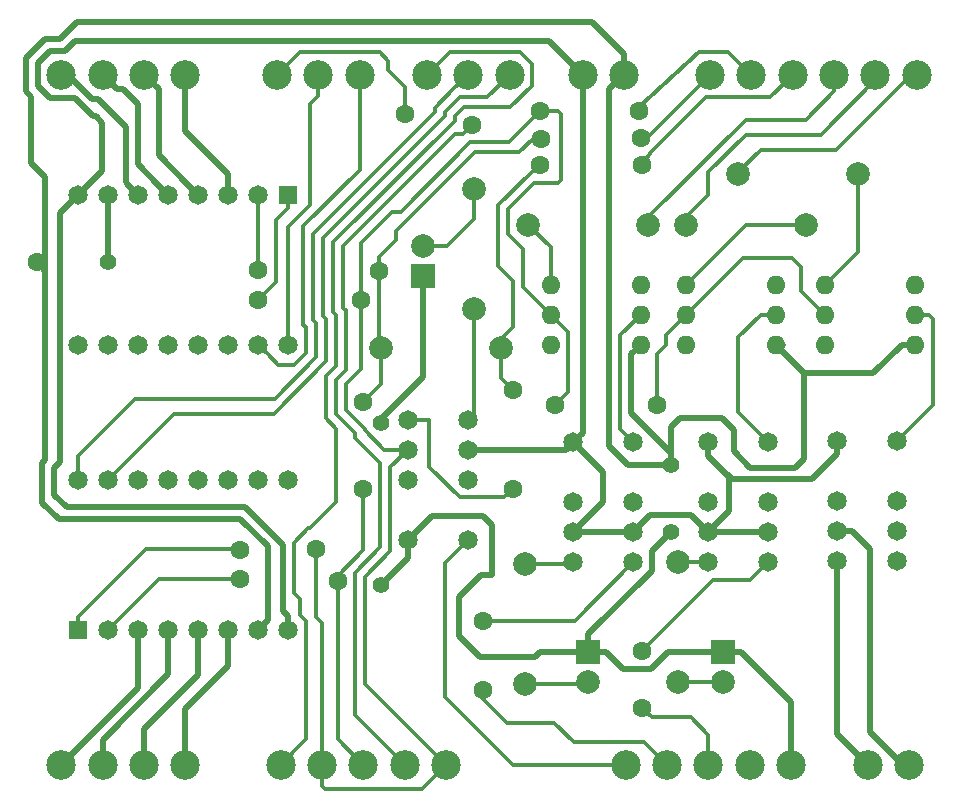
<source format=gbr>
G04 #@! TF.FileFunction,Copper,L2,Bot,Signal*
%FSLAX46Y46*%
G04 Gerber Fmt 4.6, Leading zero omitted, Abs format (unit mm)*
G04 Created by KiCad (PCBNEW (2015-10-25 BZR 6278)-product) date Sa 14 Nov 2015 18:06:58 CET*
%MOMM*%
G01*
G04 APERTURE LIST*
%ADD10C,0.100000*%
%ADD11O,1.600000X1.600000*%
%ADD12C,1.998980*%
%ADD13C,1.651000*%
%ADD14C,2.500000*%
%ADD15R,1.500000X1.500000*%
%ADD16R,2.000000X2.000000*%
%ADD17C,2.000000*%
%ADD18C,1.400000*%
%ADD19C,1.600000*%
%ADD20C,0.500000*%
%ADD21C,0.350000*%
G04 APERTURE END LIST*
D10*
D11*
X68834000Y46990000D03*
X68834000Y44450000D03*
X68834000Y41910000D03*
X76454000Y41910000D03*
X76454000Y44450000D03*
X76454000Y46990000D03*
D12*
X41402000Y41656000D03*
X31242000Y41656000D03*
D11*
X57023000Y46990000D03*
X57023000Y44450000D03*
X57023000Y41910000D03*
X64643000Y41910000D03*
X64643000Y44450000D03*
X64643000Y46990000D03*
D13*
X52578000Y33655000D03*
X52578000Y28575000D03*
X52578000Y26035000D03*
X52578000Y23495000D03*
X47498000Y33655000D03*
X47498000Y28575000D03*
X47498000Y26035000D03*
X47498000Y23495000D03*
X64008000Y33655000D03*
X64008000Y28575000D03*
X64008000Y26035000D03*
X64008000Y23495000D03*
X58928000Y33655000D03*
X58928000Y28575000D03*
X58928000Y26035000D03*
X58928000Y23495000D03*
X33528000Y25400000D03*
X33528000Y30480000D03*
X33528000Y33020000D03*
X33528000Y35560000D03*
X38608000Y25400000D03*
X38608000Y30480000D03*
X38608000Y33020000D03*
X38608000Y35560000D03*
D14*
X29408000Y64770000D03*
X25908000Y64770000D03*
X22408000Y64770000D03*
X42108000Y64770000D03*
X38608000Y64770000D03*
X35108000Y64770000D03*
X76568000Y64770000D03*
X73068000Y64770000D03*
X69568000Y64770000D03*
X66068000Y64770000D03*
X62568000Y64770000D03*
X59068000Y64770000D03*
D12*
X43688000Y52070000D03*
X53848000Y52070000D03*
X67183000Y52070000D03*
X57023000Y52070000D03*
X71628000Y56388000D03*
X61468000Y56388000D03*
X43434000Y13208000D03*
X43434000Y23368000D03*
X56388000Y13335000D03*
X56388000Y23495000D03*
X39116000Y55118000D03*
X39116000Y44958000D03*
D14*
X51788000Y64770000D03*
X48288000Y64770000D03*
X14648000Y64770000D03*
X11148000Y64770000D03*
X7648000Y64770000D03*
X4148000Y64770000D03*
X4148000Y6350000D03*
X7648000Y6350000D03*
X11148000Y6350000D03*
X14648000Y6350000D03*
X51928000Y6350000D03*
X55428000Y6350000D03*
X58928000Y6350000D03*
X62428000Y6350000D03*
X65928000Y6350000D03*
X72418000Y6350000D03*
X75918000Y6350000D03*
X22718000Y6350000D03*
X26218000Y6350000D03*
X29718000Y6350000D03*
X33218000Y6350000D03*
X36718000Y6350000D03*
D11*
X45593000Y46990000D03*
X45593000Y44450000D03*
X45593000Y41910000D03*
X53213000Y41910000D03*
X53213000Y44450000D03*
X53213000Y46990000D03*
D15*
X23368000Y54610000D03*
D13*
X20828000Y54610000D03*
X18288000Y54610000D03*
X15748000Y54610000D03*
X13208000Y54610000D03*
X10668000Y54610000D03*
X8128000Y54610000D03*
X5588000Y54610000D03*
X5588000Y41910000D03*
X8128000Y41910000D03*
X10668000Y41910000D03*
X13208000Y41910000D03*
X15748000Y41910000D03*
X18288000Y41910000D03*
X20828000Y41910000D03*
X23368000Y41910000D03*
D15*
X5588000Y17780000D03*
D13*
X8128000Y17780000D03*
X10668000Y17780000D03*
X13208000Y17780000D03*
X15748000Y17780000D03*
X18288000Y17780000D03*
X20828000Y17780000D03*
X23368000Y17780000D03*
X23368000Y30480000D03*
X20828000Y30480000D03*
X18288000Y30480000D03*
X15748000Y30480000D03*
X13208000Y30480000D03*
X10668000Y30480000D03*
X8128000Y30480000D03*
X5588000Y30480000D03*
D16*
X48768000Y15875000D03*
D17*
X48768000Y13335000D03*
D16*
X60198000Y15875000D03*
D17*
X60198000Y13335000D03*
D16*
X34798000Y47752000D03*
D17*
X34798000Y50292000D03*
D13*
X74930000Y33782000D03*
X74930000Y28702000D03*
X74930000Y26162000D03*
X74930000Y23622000D03*
X69850000Y33782000D03*
X69850000Y28702000D03*
X69850000Y26162000D03*
X69850000Y23622000D03*
D18*
X31242000Y21590000D03*
X31242000Y35306000D03*
D19*
X2061577Y48895000D03*
D18*
X8128000Y48895000D03*
X55753000Y26035000D03*
X55753000Y31750000D03*
D19*
X25686767Y24605233D03*
X53086000Y61722000D03*
X44704000Y61722000D03*
X45974000Y36830000D03*
X54610000Y36830000D03*
X29512980Y45720000D03*
X20828000Y45720000D03*
X19304000Y24557980D03*
X27541967Y21919522D03*
X29702464Y29718000D03*
X29718000Y37084000D03*
X44778528Y59329536D03*
X31078496Y48169504D03*
X53213000Y59436000D03*
X20828000Y48260000D03*
X19304000Y22098000D03*
X42418000Y38100000D03*
X42418000Y29718000D03*
X44704000Y57150000D03*
X53340000Y57150000D03*
X39878000Y12700000D03*
X39878000Y18542000D03*
X53340000Y11176000D03*
X53340000Y16002000D03*
X38938725Y60519986D03*
X33274000Y61468000D03*
D20*
X40386000Y26924000D02*
X40640000Y26670000D01*
X40640000Y26670000D02*
X40640000Y26162000D01*
X40386000Y26924000D02*
X39878000Y27432000D01*
X39878000Y27432000D02*
X35560000Y27432000D01*
X40640000Y22419372D02*
X40640000Y26162000D01*
X39691372Y22419372D02*
X40640000Y22419372D01*
X37846000Y20574000D02*
X39691372Y22419372D01*
X37846000Y17272000D02*
X37846000Y20574000D01*
X44277119Y15494000D02*
X39624000Y15494000D01*
X44658119Y15875000D02*
X44277119Y15494000D01*
X39624000Y15494000D02*
X37846000Y17272000D01*
X48768000Y15875000D02*
X44658119Y15875000D01*
X35560000Y27432000D02*
X33528000Y25400000D01*
X21653499Y18605499D02*
X20828000Y17780000D01*
X21653499Y24828501D02*
X21653499Y18605499D01*
X19316285Y27165715D02*
X21653499Y24828501D01*
X2555989Y31910218D02*
X2555989Y28541782D01*
X2555989Y28541782D02*
X3932056Y27165715D01*
X2794000Y32148229D02*
X2555989Y31910218D01*
X2794000Y47902143D02*
X2794000Y32148229D01*
X3932056Y27165715D02*
X19316285Y27165715D01*
X76454000Y41910000D02*
X75322630Y41910000D01*
X75322630Y41910000D02*
X72909630Y39497000D01*
X72909630Y39497000D02*
X67056000Y39497000D01*
X55753000Y31750000D02*
X55753000Y34925000D01*
X55753000Y34925000D02*
X56506110Y35678110D01*
X56506110Y35678110D02*
X60079890Y35678110D01*
X67056000Y32258000D02*
X67056000Y39497000D01*
X60079890Y35678110D02*
X61095890Y34662110D01*
X61095890Y34662110D02*
X61095890Y32884110D01*
X62484000Y31496000D02*
X66294000Y31496000D01*
X61095890Y32884110D02*
X62484000Y31496000D01*
X66294000Y31496000D02*
X67056000Y32258000D01*
X67056000Y39497000D02*
X64643000Y41910000D01*
X64643000Y41910000D02*
X65278000Y41910000D01*
X2794000Y48937386D02*
X2794000Y56134000D01*
X1627045Y57300955D02*
X1627045Y62916724D01*
X2794000Y56134000D02*
X1627045Y57300955D01*
X1627045Y62916724D02*
X1147988Y63395781D01*
X1147988Y63395781D02*
X1147988Y66144219D01*
X1147988Y66144219D02*
X2773781Y67770012D01*
X2773781Y67770012D02*
X4071280Y67770012D01*
X4071280Y67770012D02*
X5516268Y69215000D01*
X5516268Y69215000D02*
X49110766Y69215000D01*
X49110766Y69215000D02*
X51788000Y66537766D01*
X51788000Y66537766D02*
X51788000Y64770000D01*
X33528000Y23876000D02*
X31242000Y21590000D01*
X33528000Y25400000D02*
X33528000Y23876000D01*
X31242000Y35605742D02*
X31242000Y35306000D01*
X34798000Y39161742D02*
X31242000Y35605742D01*
X34798000Y47752000D02*
X34798000Y39161742D01*
X2794000Y48937386D02*
X2794000Y47902143D01*
X2794000Y47902143D02*
X2794000Y48162577D01*
X2794000Y48162577D02*
X2061577Y48895000D01*
X8128000Y54610000D02*
X8128000Y48895000D01*
X55753000Y32739949D02*
X55753000Y31750000D01*
X52413001Y36079948D02*
X55753000Y32739949D01*
X52413001Y41110001D02*
X52413001Y36079948D01*
X53213000Y41910000D02*
X52413001Y41110001D01*
X50268000Y15875000D02*
X48768000Y15875000D01*
X54084002Y14451998D02*
X51691002Y14451998D01*
X51691002Y14451998D02*
X50268000Y15875000D01*
X60198000Y15875000D02*
X55507004Y15875000D01*
X48768000Y17375000D02*
X48768000Y15875000D01*
X55753000Y26035000D02*
X54153501Y24435501D01*
X54153501Y24435501D02*
X54153501Y22760501D01*
X55507004Y15875000D02*
X54084002Y14451998D01*
X54153501Y22760501D02*
X48768000Y17375000D01*
X61698000Y15875000D02*
X65928000Y11645000D01*
X65928000Y11645000D02*
X65928000Y6350000D01*
X60198000Y15875000D02*
X61698000Y15875000D01*
X51788000Y64770000D02*
X50538001Y63520001D01*
X50538001Y63520001D02*
X50538001Y33363257D01*
X50538001Y33363257D02*
X52151258Y31750000D01*
X52151258Y31750000D02*
X55753000Y31750000D01*
X2794000Y48937386D02*
X1820386Y48937386D01*
X1820386Y48937386D02*
X1778000Y48895000D01*
D21*
X43434000Y13208000D02*
X48641000Y13208000D01*
X48641000Y13208000D02*
X48768000Y13335000D01*
X48641000Y13208000D02*
X48768000Y13335000D01*
X43283509Y12531243D02*
X43435045Y12379707D01*
X43114752Y12700000D02*
X43435045Y12379707D01*
X56388000Y13335000D02*
X60198000Y13335000D01*
X34798000Y50292000D02*
X36830000Y50292000D01*
X39116000Y52578000D02*
X39116000Y55118000D01*
X36830000Y50292000D02*
X39116000Y52578000D01*
X68834000Y44450000D02*
X66802000Y46482000D01*
X66802000Y46482000D02*
X66802000Y48514000D01*
X66040000Y49276000D02*
X61849000Y49276000D01*
X66802000Y48514000D02*
X66040000Y49276000D01*
X61849000Y49276000D02*
X57023000Y44450000D01*
X25686767Y23473863D02*
X25686767Y24605233D01*
X25686767Y18884072D02*
X25686767Y23473863D01*
X26218000Y6350000D02*
X26218000Y18352839D01*
X26218000Y18352839D02*
X25686767Y18884072D01*
X55334001Y41847999D02*
X55334001Y42761001D01*
X55334001Y42761001D02*
X57023000Y44450000D01*
X41656000Y59044966D02*
X42026966Y59044966D01*
X42026966Y59044966D02*
X42672000Y59690000D01*
X44704000Y61722000D02*
X46228000Y61722000D01*
X46482000Y61468000D02*
X46482000Y60198000D01*
X46228000Y61722000D02*
X46482000Y61468000D01*
X42672000Y59690000D02*
X44704000Y61722000D01*
X58143999Y66695001D02*
X53086000Y62018002D01*
X60642999Y66695001D02*
X58143999Y66695001D01*
X62568000Y64770000D02*
X60642999Y66695001D01*
X53086000Y62018002D02*
X53086000Y61849000D01*
X32027478Y31519478D02*
X32027478Y24410482D01*
X32027478Y24410482D02*
X29866998Y22250002D01*
X35468001Y7599999D02*
X36718000Y6350000D01*
X29866998Y13201002D02*
X35468001Y7599999D01*
X29866998Y22250002D02*
X29866998Y13201002D01*
X33528000Y33020000D02*
X32027478Y31519478D01*
X29866998Y34645998D02*
X29866998Y34751998D01*
X31492996Y33020000D02*
X29866998Y34645998D01*
X29866998Y34751998D02*
X28242998Y36375998D01*
X29512980Y39823984D02*
X29512980Y44588630D01*
X29512980Y44588630D02*
X29512980Y45720000D01*
X28242998Y36375998D02*
X28242998Y38554002D01*
X28242998Y38554002D02*
X29512980Y39823984D01*
X33528000Y33020000D02*
X31492996Y33020000D01*
X46482000Y60706000D02*
X46482000Y60198000D01*
X46482000Y60706000D02*
X46482000Y60198000D01*
X46482000Y60198000D02*
X46482000Y58674000D01*
X44196000Y55572844D02*
X46174844Y55572844D01*
X46482000Y55880000D02*
X46482000Y56642000D01*
X46174844Y55572844D02*
X46482000Y55880000D01*
X46482000Y56642000D02*
X46482000Y58674000D01*
X46482000Y58674000D02*
X46482000Y60706000D01*
X45593000Y44450000D02*
X43251499Y46791501D01*
X42013509Y53390353D02*
X44196000Y55572844D01*
X43251499Y46791501D02*
X43251499Y50028253D01*
X43251499Y50028253D02*
X42013509Y51266243D01*
X42013509Y51266243D02*
X42013509Y53390353D01*
X45974000Y36830000D02*
X47068001Y37924001D01*
X47068001Y42974999D02*
X46392999Y43650001D01*
X47068001Y37924001D02*
X47068001Y42974999D01*
X46392999Y43650001D02*
X45593000Y44450000D01*
X55334001Y41847999D02*
X54610000Y41123998D01*
X54610000Y41123998D02*
X54610000Y36830000D01*
X29512980Y50527077D02*
X29512980Y46851370D01*
X32159914Y53174011D02*
X29512980Y50527077D01*
X38792870Y59044966D02*
X32921914Y53174011D01*
X29512980Y46851370D02*
X29512980Y45720000D01*
X41656000Y59044966D02*
X38792870Y59044966D01*
X32921914Y53174011D02*
X32159914Y53174011D01*
X23368000Y53510000D02*
X23368000Y54610000D01*
X22303001Y52445001D02*
X23368000Y53510000D01*
X22303001Y47195001D02*
X22303001Y52445001D01*
X20828000Y45720000D02*
X22303001Y47195001D01*
X11346000Y24638000D02*
X19223980Y24638000D01*
X5588000Y17780000D02*
X5588000Y18880000D01*
X5588000Y18880000D02*
X11346000Y24638000D01*
X19223980Y24638000D02*
X19304000Y24557980D01*
X26482234Y4318000D02*
X34686000Y4318000D01*
X34686000Y4318000D02*
X36718000Y6350000D01*
X26218000Y6350000D02*
X26218000Y4582234D01*
X26218000Y4582234D02*
X26482234Y4318000D01*
X29702464Y24489662D02*
X27541967Y22329165D01*
X29702464Y29718000D02*
X29702464Y24489662D01*
X27541967Y8526033D02*
X27541967Y20788152D01*
X29718000Y6350000D02*
X27541967Y8526033D01*
X27541967Y20788152D02*
X27541967Y21919522D01*
X27541967Y22329165D02*
X27541967Y21919522D01*
X39144956Y58194955D02*
X42945286Y58194955D01*
X44778528Y59329536D02*
X44079867Y59329536D01*
X44079867Y59329536D02*
X42945286Y58194955D01*
X31242000Y41656000D02*
X31242000Y38608000D01*
X31242000Y38608000D02*
X29718000Y37084000D01*
X31078496Y48169504D02*
X31078496Y41819504D01*
X31078496Y41819504D02*
X31242000Y41656000D01*
X32512000Y51562000D02*
X39144956Y58194955D01*
X32512000Y50734378D02*
X32512000Y51562000D01*
X31078496Y48169504D02*
X31078496Y49300874D01*
X31078496Y49300874D02*
X32512000Y50734378D01*
X59068000Y64770000D02*
X53792987Y59494987D01*
X53792987Y59494987D02*
X53213000Y59494987D01*
X20828000Y48260000D02*
X20828000Y54610000D01*
X8128000Y17780000D02*
X12446000Y22098000D01*
X12446000Y22098000D02*
X19304000Y22098000D01*
X29718000Y6970000D02*
X30338000Y6350000D01*
D20*
X5673919Y28165726D02*
X7223760Y28165726D01*
X7223760Y28165726D02*
X19730503Y28165726D01*
X4600274Y28165726D02*
X7223760Y28165726D01*
X3556000Y29210000D02*
X4600274Y28165726D01*
X3556000Y31496000D02*
X3556000Y29210000D01*
X4012499Y31952499D02*
X3556000Y31496000D01*
X4012499Y32715200D02*
X4012499Y31952499D01*
X4012499Y53034499D02*
X4012499Y32715200D01*
X19730503Y28165726D02*
X22950990Y24945239D01*
X5588000Y54610000D02*
X4012499Y53034499D01*
X22950990Y19364443D02*
X23368000Y18947433D01*
X23368000Y18947433D02*
X23368000Y17780000D01*
X22950990Y24945239D02*
X22950990Y19364443D01*
X69850000Y32614567D02*
X69850000Y33782000D01*
X67731422Y30495989D02*
X69850000Y32614567D01*
X58928000Y32487567D02*
X60919578Y30495989D01*
X60919578Y30495989D02*
X67731422Y30495989D01*
X58928000Y32487567D02*
X58928000Y33655000D01*
X60721990Y30693577D02*
X58928000Y32487567D01*
X60721990Y27828990D02*
X60721990Y30693577D01*
X58928000Y26035000D02*
X60721990Y27828990D01*
X2147999Y63809999D02*
X2147999Y65730001D01*
X7620000Y56642000D02*
X7620000Y60706000D01*
X5588000Y54610000D02*
X7620000Y56642000D01*
X3187999Y62769999D02*
X2147999Y63809999D01*
X5302001Y62769999D02*
X3187999Y62769999D01*
X6837515Y61234485D02*
X5302001Y62769999D01*
X7091515Y61234485D02*
X6837515Y61234485D01*
X7620000Y60706000D02*
X7091515Y61234485D01*
X2147999Y65730001D02*
X3187999Y66770001D01*
X3187999Y66770001D02*
X4485497Y66770001D01*
X4485497Y66770001D02*
X5335508Y67620012D01*
X5335508Y67620012D02*
X45437988Y67620012D01*
X45437988Y67620012D02*
X48288000Y64770000D01*
X38608000Y33020000D02*
X46863000Y33020000D01*
X46863000Y33020000D02*
X47498000Y33655000D01*
X53403499Y26860499D02*
X52578000Y26035000D01*
X54028001Y27485001D02*
X53403499Y26860499D01*
X57477999Y27485001D02*
X54028001Y27485001D01*
X58928000Y26035000D02*
X57477999Y27485001D01*
X47498000Y33655000D02*
X49073501Y32079499D01*
X48288000Y64770000D02*
X48288000Y34445000D01*
X48288000Y34445000D02*
X47498000Y33655000D01*
D21*
X38608000Y33020000D02*
X37973000Y33020000D01*
D20*
X47498000Y26035000D02*
X50038000Y28575000D01*
X50038000Y31115000D02*
X47498000Y33655000D01*
X50038000Y28575000D02*
X50038000Y31115000D01*
X52578000Y26035000D02*
X47498000Y26035000D01*
X64008000Y26035000D02*
X58928000Y26035000D01*
D21*
X43434000Y23368000D02*
X47371000Y23368000D01*
X47371000Y23368000D02*
X47498000Y23495000D01*
X56388000Y23495000D02*
X58928000Y23495000D01*
X41402000Y41656000D02*
X41402000Y42418000D01*
X41402000Y42418000D02*
X42401489Y43417489D01*
X43904001Y56482939D02*
X44704000Y57150000D01*
X41163498Y48544740D02*
X41163498Y53742436D01*
X41163498Y53742436D02*
X43904001Y56482939D01*
X42013509Y47694729D02*
X41163498Y48544740D01*
X41402000Y41656000D02*
X41402000Y39116000D01*
X41402000Y39116000D02*
X42418000Y38100000D01*
X35306000Y35560000D02*
X35306000Y31561258D01*
X35306000Y31561258D02*
X37887759Y28979499D01*
X37887759Y28979499D02*
X41679499Y28979499D01*
X41679499Y28979499D02*
X42418000Y29718000D01*
X33528000Y35560000D02*
X35306000Y35560000D01*
X42401489Y43417489D02*
X42401489Y47306749D01*
X42401489Y47306749D02*
X42013509Y47694729D01*
X58731181Y62844999D02*
X54082300Y58196118D01*
X54082300Y58196118D02*
X53340000Y57150000D01*
X66068000Y64770000D02*
X64142999Y62844999D01*
X64142999Y62844999D02*
X58731181Y62844999D01*
X76568000Y64770000D02*
X76073000Y64770000D01*
X76073000Y64770000D02*
X69723000Y58420000D01*
X69723000Y58420000D02*
X63373000Y58420000D01*
X63373000Y58420000D02*
X61468000Y56515000D01*
X73068000Y64770000D02*
X73068000Y64305000D01*
X73068000Y64305000D02*
X68453000Y59690000D01*
X68453000Y59690000D02*
X62103000Y59690000D01*
X62103000Y59690000D02*
X58928000Y56515000D01*
X58928000Y56515000D02*
X58928000Y54610000D01*
X58928000Y54610000D02*
X56388000Y52070000D01*
X67183000Y60960000D02*
X62103000Y60960000D01*
X69568000Y63345000D02*
X67183000Y60960000D01*
X69568000Y64770000D02*
X69568000Y63345000D01*
X62103000Y60960000D02*
X53848000Y52705000D01*
X53848000Y52705000D02*
X53848000Y52070000D01*
X69568000Y64770000D02*
X69342000Y64770000D01*
X51463012Y34769988D02*
X51752501Y34480499D01*
X51752501Y34480499D02*
X52578000Y33655000D01*
X51463012Y42700012D02*
X51463012Y34769988D01*
X53213000Y44450000D02*
X51463012Y42700012D01*
X39878000Y12700000D02*
X39878000Y11938000D01*
X47539751Y8275001D02*
X53502999Y8275001D01*
X53502999Y8275001D02*
X54178001Y7599999D01*
X54178001Y7599999D02*
X55428000Y6350000D01*
X45908752Y9906000D02*
X47539751Y8275001D01*
X39878000Y11938000D02*
X41910000Y9906000D01*
X41910000Y9906000D02*
X45908752Y9906000D01*
X52578000Y23495000D02*
X47625000Y18542000D01*
X47625000Y18542000D02*
X39878000Y18542000D01*
X64643000Y44450000D02*
X63373000Y44450000D01*
X61468000Y36195000D02*
X64008000Y33655000D01*
X61468000Y42545000D02*
X61468000Y36195000D01*
X63373000Y44450000D02*
X61468000Y42545000D01*
X57441999Y10376001D02*
X58928000Y8890000D01*
X58928000Y8890000D02*
X58928000Y6350000D01*
X53340000Y11176000D02*
X54139999Y10376001D01*
X54139999Y10376001D02*
X57441999Y10376001D01*
X59332499Y21994499D02*
X53340000Y16002000D01*
X64008000Y23495000D02*
X62507499Y21994499D01*
X62507499Y21994499D02*
X59332499Y21994499D01*
X50160234Y6350000D02*
X51928000Y6350000D01*
X42418000Y6350000D02*
X50160234Y6350000D01*
X36666990Y12101010D02*
X42418000Y6350000D01*
X36666990Y23458990D02*
X36666990Y12101010D01*
X38608000Y25400000D02*
X36666990Y23458990D01*
X22408000Y64770000D02*
X24333001Y66695001D01*
X24333001Y66695001D02*
X31100810Y66695001D01*
X31100810Y66695001D02*
X31856999Y65938812D01*
X31856999Y65938812D02*
X31856999Y65171999D01*
X31856999Y65171999D02*
X33274000Y63754998D01*
X33274000Y63754998D02*
X33274000Y61468000D01*
X29016987Y10551013D02*
X31968001Y7599999D01*
X31968001Y7599999D02*
X33218000Y6350000D01*
X29016987Y34032044D02*
X31177467Y31871564D01*
X31177467Y31871564D02*
X31177467Y24762568D01*
X29016987Y34399912D02*
X29016987Y34032044D01*
X27392987Y36023912D02*
X29016987Y34399912D01*
X28268545Y39781646D02*
X27392987Y38906088D01*
X31177467Y24762568D02*
X29016987Y22602088D01*
X27392987Y38906088D02*
X27392987Y36023912D01*
X28268545Y43053000D02*
X28268545Y39781646D01*
X29016987Y22602088D02*
X29016987Y10551013D01*
X38138726Y59719987D02*
X38938725Y60519986D01*
X28037978Y45011998D02*
X28037978Y50254172D01*
X28268545Y44781431D02*
X28037978Y45011998D01*
X37503793Y59719987D02*
X38138726Y59719987D01*
X28268545Y43053000D02*
X28268545Y44781431D01*
X28037978Y50254172D02*
X37503793Y59719987D01*
X28268545Y44883455D02*
X28268545Y44038585D01*
X28268545Y44038585D02*
X28268545Y43053000D01*
X23368000Y41910000D02*
X23368000Y51894999D01*
X25213945Y62308179D02*
X25908000Y63002234D01*
X23368000Y51894999D02*
X25213945Y53740944D01*
X25908000Y63002234D02*
X25908000Y64770000D01*
X25213945Y53740944D02*
X25213945Y62308179D01*
X22528918Y40209082D02*
X21653499Y41084501D01*
X29408000Y56732902D02*
X24637934Y51962836D01*
X24868501Y41189986D02*
X23887597Y40209082D01*
X29408000Y64770000D02*
X29408000Y56732902D01*
X24637934Y51962836D02*
X24637934Y43603654D01*
X24637934Y43603654D02*
X24868501Y43373087D01*
X24868501Y43373087D02*
X24868501Y41189986D01*
X23887597Y40209082D02*
X22528918Y40209082D01*
X21653499Y41084501D02*
X20828000Y41910000D01*
X24378999Y20402948D02*
X24378999Y18989743D01*
X23876000Y25146000D02*
X23876000Y20905947D01*
X23876000Y20905947D02*
X24378999Y20402948D01*
X25081084Y26351084D02*
X23876000Y25146000D01*
X27418534Y28585536D02*
X25184082Y26351084D01*
X25184082Y26351084D02*
X25081084Y26351084D01*
X24378999Y18989743D02*
X24868501Y18500241D01*
X24868501Y8500501D02*
X23967999Y7599999D01*
X24868501Y18500241D02*
X24868501Y8500501D01*
X23967999Y7599999D02*
X22718000Y6350000D01*
X42181990Y61994988D02*
X38230723Y61994988D01*
X27418534Y44429345D02*
X27418534Y40133731D01*
X37463723Y60882014D02*
X27187967Y50606258D01*
X27418534Y40133731D02*
X26542976Y39258174D01*
X27418534Y34796269D02*
X27418534Y28585536D01*
X26542976Y35671826D02*
X27418534Y34796269D01*
X26542976Y39258174D02*
X26542976Y35671826D01*
X38230723Y61994988D02*
X37463723Y61227988D01*
X44033001Y63845999D02*
X42181990Y61994988D01*
X44033001Y65694001D02*
X44033001Y63845999D01*
X35108000Y64770000D02*
X37033001Y66695001D01*
X37033001Y66695001D02*
X43032001Y66695001D01*
X43032001Y66695001D02*
X44033001Y65694001D01*
X37463723Y61227988D02*
X37463723Y60882014D01*
X27187967Y50606258D02*
X27187967Y44659912D01*
X27187967Y44659912D02*
X27418534Y44429345D01*
X5588000Y31647433D02*
X5588000Y30480000D01*
X37358001Y63520001D02*
X37351542Y63520001D01*
X35763701Y61586186D02*
X25487945Y51310430D01*
X5588000Y32512000D02*
X5588000Y31647433D01*
X35763701Y61932160D02*
X35763701Y61586186D01*
X22218611Y37338000D02*
X10414000Y37338000D01*
X25718512Y40837901D02*
X22218611Y37338000D01*
X10414000Y37338000D02*
X5588000Y32512000D01*
X37351542Y63520001D02*
X35763701Y61932160D01*
X38608000Y64770000D02*
X37358001Y63520001D01*
X25487945Y43955740D02*
X25718512Y43725173D01*
X25718512Y43725173D02*
X25718512Y40837901D01*
X25487945Y51310430D02*
X25487945Y43955740D01*
X26568523Y40485816D02*
X22150707Y36068000D01*
X26337956Y44307826D02*
X26568523Y44077259D01*
X36613712Y61580074D02*
X36613712Y61234100D01*
X13716000Y36068000D02*
X8953499Y31305499D01*
X42108000Y64770000D02*
X40182999Y62844999D01*
X8953499Y31305499D02*
X8128000Y30480000D01*
X37878637Y62844999D02*
X36613712Y61580074D01*
X40182999Y62844999D02*
X37878637Y62844999D01*
X22150707Y36068000D02*
X13716000Y36068000D01*
X26337956Y50958344D02*
X26337956Y44307826D01*
X36613712Y61234100D02*
X26337956Y50958344D01*
X26568523Y44077259D02*
X26568523Y40485816D01*
D20*
X14648000Y64770000D02*
X14648000Y60028000D01*
X14648000Y60028000D02*
X18288000Y56388000D01*
X18288000Y56388000D02*
X18288000Y54610000D01*
X11148000Y64770000D02*
X12397999Y63520001D01*
X12397999Y57960001D02*
X14922501Y55435499D01*
X12397999Y63520001D02*
X12397999Y57960001D01*
X14922501Y55435499D02*
X15748000Y54610000D01*
X12382501Y55435499D02*
X13208000Y54610000D01*
X10636022Y62296445D02*
X10636022Y57181978D01*
X7648000Y64770000D02*
X8897999Y63520001D01*
X9412466Y63520001D02*
X10636022Y62296445D01*
X8897999Y63520001D02*
X9412466Y63520001D01*
X10636022Y57181978D02*
X12382501Y55435499D01*
X9636011Y55641989D02*
X9842501Y55435499D01*
X9842501Y55435499D02*
X10668000Y54610000D01*
X9636011Y60358219D02*
X9636011Y55641989D01*
X6764216Y62722012D02*
X7272218Y62722012D01*
X7272218Y62722012D02*
X9636011Y60358219D01*
X4148000Y64770000D02*
X4716228Y64770000D01*
X4716228Y64770000D02*
X6764216Y62722012D01*
X10668000Y12870000D02*
X10668000Y17780000D01*
X4148000Y6350000D02*
X10668000Y12870000D01*
X13208000Y16612567D02*
X13208000Y17780000D01*
X13208000Y13995772D02*
X13208000Y16612567D01*
X7648000Y8435772D02*
X13208000Y13995772D01*
X7648000Y6350000D02*
X7648000Y8435772D01*
X13208000Y17780000D02*
X13208000Y14097000D01*
X11148000Y8117766D02*
X11148000Y6350000D01*
X11148000Y9352771D02*
X11148000Y8117766D01*
X15748000Y13952771D02*
X11148000Y9352771D01*
X15748000Y17780000D02*
X15748000Y13952771D01*
X14648000Y6350000D02*
X14648000Y11092000D01*
X18288000Y14732000D02*
X18288000Y17780000D01*
X14648000Y11092000D02*
X18288000Y14732000D01*
D21*
X45593000Y49526776D02*
X45593000Y46990000D01*
X43688000Y52070000D02*
X45593000Y50165000D01*
X45593000Y50165000D02*
X45593000Y49526776D01*
X62103000Y52070000D02*
X67123904Y52070000D01*
X67123904Y52070000D02*
X67183000Y52070000D01*
X57023000Y46990000D02*
X62103000Y52070000D01*
X71628000Y56388000D02*
X71628000Y49784000D01*
X71628000Y49784000D02*
X68834000Y46990000D01*
D20*
X69850000Y23622000D02*
X69850000Y8918000D01*
X69850000Y8918000D02*
X72418000Y6350000D01*
X72898000Y6830000D02*
X72418000Y6350000D01*
X69850000Y26162000D02*
X71120000Y26162000D01*
X72644000Y9144000D02*
X75438000Y6350000D01*
X72644000Y24638000D02*
X72644000Y9144000D01*
X71120000Y26162000D02*
X72644000Y24638000D01*
X75438000Y6350000D02*
X75918000Y6350000D01*
X75918000Y6505000D02*
X75918000Y6350000D01*
D21*
X39116000Y44958000D02*
X39116000Y36068000D01*
X39116000Y36068000D02*
X38608000Y35560000D01*
X77978000Y44057370D02*
X77978000Y36830000D01*
X77978000Y36830000D02*
X74930000Y33782000D01*
X76454000Y44450000D02*
X77585370Y44450000D01*
X77585370Y44450000D02*
X77978000Y44057370D01*
M02*

</source>
